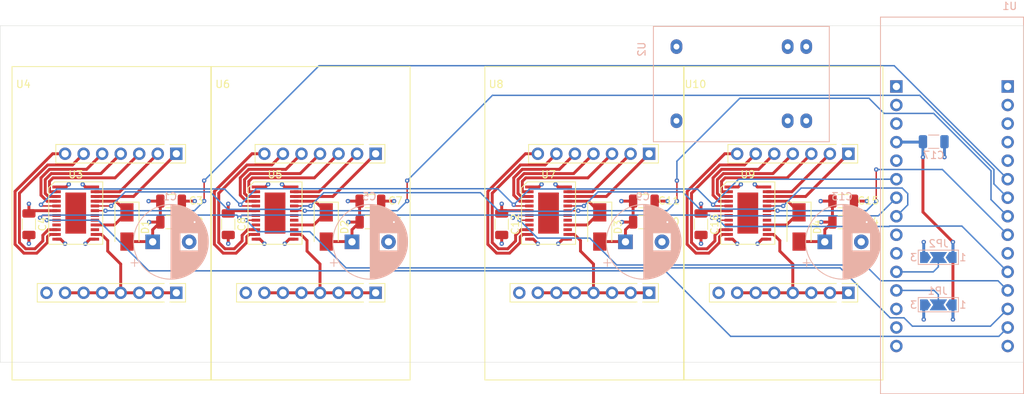
<source format=kicad_pcb>
(kicad_pcb (version 20221231) (generator pcbnew)
  (layers (0 "F.Cu" signal) (1 "In1.Cu" power) (2 "In2.Cu" power) (31 "B.Cu" signal) (34 "B.Paste" user) (35 "F.Paste" user) (36 "B.SilkS" user "B.Silkscreen") (37 "F.SilkS" user "F.Silkscreen") (38 "B.Mask" user) (39 "F.Mask" user) (44 "Edge.Cuts" user))
  (net 0 "")
  (net 1 "Net-(D1-K)")
  (net 5 "/SPI1_SCK")
  (net 6 "/SPI1_MISO")
  (net 7 "/SPI1_MOSI")
  (net 9 "+5V")
  (net 11 "GND")
  (net 15 "/SPI1_CS_3")
  (net 16 "/SPI1_CS_2")
  (net 17 "/SPI1_CS_1")
  (net 24 "+24V")
  (net 25 "/D_SET_1")
  (net 26 "/C_SET_1")
  (net 27 "/F_SET_1")
  (net 32 "/G_SET_1")
  (net 33 "/E_SET_1")
  (net 34 "/RESET_1")
  (net 35 "/A_SET_1")
  (net 36 "/B_SET_1")
  (net 54 "/NCV_EN_4")
  (net 55 "/NCV_EN_3")
  (net 56 "/NCV_EN_2")
  (net 57 "/NCV_EN_1")
  (net 58 "/SPI1_CS_4")
  (net 59 "/D_SET_2")
  (net 60 "/C_SET_2")
  (net 61 "/F_SET_2")
  (net 62 "/G_SET_2")
  (net 63 "/E_SET_2")
  (net 64 "/RESET_2")
  (net 65 "/A_SET_2")
  (net 66 "/B_SET_2")
  (net 67 "/D_SET_3")
  (net 68 "/C_SET_3")
  (net 69 "/F_SET_3")
  (net 70 "/G_SET_3")
  (net 71 "/E_SET_3")
  (net 72 "/RESET_3")
  (net 73 "/A_SET_3")
  (net 74 "/B_SET_3")
  (net 75 "/D_SET_4")
  (net 76 "/C_SET_4")
  (net 77 "/F_SET_4")
  (net 78 "/G_SET_4")
  (net 79 "/E_SET_4")
  (net 80 "/RESET_4")
  (net 81 "/A_SET_4")
  (net 82 "/B_SET_4")
  (net 83 "Net-(D4-K)")
  (net 84 "Net-(D2-K)")
  (net 85 "Net-(D3-K)")
  (net 86 "Net-(JP1-C)")
  (net 87 "Net-(JP2-C)")
  (footprint "mio:SSOP-24_6.4x7.55mm_P0.65mm" (layer "F.Cu") (at 89.0905 98.933 -90)
    (fp_text reference "U3")
    (fp_text value "NCV7719")
  )
  (footprint "mio:Small_7_Seg_FlipDot_Module" (layer "F.Cu") (at 81.28 116.205)
    (fp_text reference "U4")
    (fp_text value "Small_7_Seg_FlipDot_Module")
  )
  (footprint "Diode_SMD:D_SMA" (layer "F.Cu") (at 96.107 100.838 -90)
    (fp_text reference "D1")
    (fp_text value "MRA4003T3G")
  )
  (footprint "Capacitor_SMD:C_1206_3216Metric" (layer "F.Cu") (at 102.154354 100.167 180)
    (fp_text reference "C2")
    (fp_text value "10uF")
  )
  (footprint "Capacitor_SMD:C_1206_3216Metric" (layer "F.Cu") (at 102.154354 97.294 180)
    (fp_text reference "C3")
    (fp_text value "10uF")
  )
  (footprint "Capacitor_SMD:C_1206_3216Metric" (layer "F.Cu") (at 194.229354 97.294 180)
    (fp_text reference "C15")
    (fp_text value "10uF")
  )
  (footprint "mio:Small_7_Seg_FlipDot_Module" (layer "F.Cu") (at 108.585 116.205)
    (fp_text reference "U6")
    (fp_text value "Small_7_Seg_FlipDot_Module")
  )
  (footprint "Capacitor_SMD:C_1206_3216Metric" (layer "F.Cu") (at 82.677 100.457 -90)
    (fp_text reference "C4")
    (fp_text value "10uF")
  )
  (footprint "Capacitor_SMD:C_1206_3216Metric" (layer "F.Cu") (at 174.752 100.457 -90)
    (fp_text reference "C16")
    (fp_text value "10uF")
  )
  (footprint "mio:SSOP-24_6.4x7.55mm_P0.65mm" (layer "F.Cu") (at 153.8605 98.933 -90)
    (fp_text reference "U7")
    (fp_text value "NCV7719")
  )
  (footprint "Capacitor_SMD:C_1206_3216Metric" (layer "F.Cu") (at 166.924354 100.167 180)
    (fp_text reference "C10")
    (fp_text value "10uF")
  )
  (footprint "Capacitor_SMD:C_1206_3216Metric" (layer "F.Cu") (at 129.459354 100.167 180)
    (fp_text reference "C6")
    (fp_text value "10uF")
  )
  (footprint "Diode_SMD:D_SMA" (layer "F.Cu") (at 123.412 100.838 -90)
    (fp_text reference "D2")
    (fp_text value "MRA4003T3G")
  )
  (footprint "mio:Small_7_Seg_FlipDot_Module" (layer "F.Cu") (at 146.05 116.205)
    (fp_text reference "U8")
    (fp_text value "Small_7_Seg_FlipDot_Module")
  )
  (footprint "mio:SSOP-24_6.4x7.55mm_P0.65mm" (layer "F.Cu") (at 116.3955 98.933 -90)
    (fp_text reference "U5")
    (fp_text value "NCV7719")
  )
  (footprint "Diode_SMD:D_SMA" (layer "F.Cu") (at 188.182 100.838 -90)
    (fp_text reference "D4")
    (fp_text value "MRA4003T3G")
  )
  (footprint "Capacitor_SMD:C_1206_3216Metric" (layer "F.Cu") (at 194.229354 100.167 180)
    (fp_text reference "C14")
    (fp_text value "10uF")
  )
  (footprint "Capacitor_SMD:C_1206_3216Metric" (layer "F.Cu") (at 147.447 100.457 -90)
    (fp_text reference "C12")
    (fp_text value "10uF")
  )
  (footprint "Capacitor_SMD:C_1206_3216Metric" (layer "F.Cu") (at 129.459354 97.294 180)
    (fp_text reference "C7")
    (fp_text value "10uF")
  )
  (footprint "mio:SSOP-24_6.4x7.55mm_P0.65mm" (layer "F.Cu") (at 181.1655 98.933 -90)
    (fp_text reference "U9")
    (fp_text value "NCV7719")
  )
  (footprint "Capacitor_SMD:C_1206_3216Metric" (layer "F.Cu") (at 166.924354 97.294 180)
    (fp_text reference "C11")
    (fp_text value "10uF")
  )
  (footprint "mio:Small_7_Seg_FlipDot_Module" (layer "F.Cu") (at 173.355 116.205)
    (fp_text reference "U10")
    (fp_text value "Small_7_Seg_FlipDot_Module")
  )
  (footprint "Diode_SMD:D_SMA" (layer "F.Cu") (at 160.877 100.838 -90)
    (fp_text reference "D3")
    (fp_text value "MRA4003T3G")
  )
  (footprint "Capacitor_SMD:C_1206_3216Metric" (layer "F.Cu") (at 109.982 100.457 -90)
    (fp_text reference "C8")
    (fp_text value "10uF")
  )
  (footprint "mio:SLC03B-05" (layer "B.Cu") (at 169.2275 74.3585)
    (fp_text reference "U2")
    (fp_text value "SLC03B-05")
  )
  (footprint "mio:NUCLEO-F303K8-HEADER" (layer "B.Cu") (at 218.44 123.19 180)
    (fp_text reference "U1")
    (fp_text value "NUCLEO-F303K8-HEADER")
  )
  (footprint "Capacitor_THT:CP_Radial_D10.0mm_P5.00mm" (layer "B.Cu") (at 99.6315 102.87)
    (fp_text reference "C1")
    (fp_text value "150uF")
  )
  (footprint "Capacitor_THT:CP_Radial_D10.0mm_P5.00mm" (layer "B.Cu") (at 191.7065 102.87)
    (fp_text reference "C13")
    (fp_text value "150uF")
  )
  (footprint "Capacitor_SMD:C_1206_3216Metric" (layer "B.Cu") (at 206.629 89.154)
    (fp_text reference "C17")
    (fp_text value "10uF")
  )
  (footprint "Jumper:SolderJumper-3_P2.0mm_Open_TrianglePad1.0x1.5mm_NumberLabels" (layer "B.Cu") (at 207.264 105.015005 180)
    (fp_text reference "JP2")
    (fp_text value "SB")
  )
  (footprint "Capacitor_THT:CP_Radial_D10.0mm_P5.00mm" (layer "B.Cu") (at 164.4015 102.87)
    (fp_text reference "C9")
    (fp_text value "150uF")
  )
  (footprint "Capacitor_THT:CP_Radial_D10.0mm_P5.00mm" (layer "B.Cu") (at 126.9365 102.87)
    (fp_text reference "C5")
    (fp_text value "150uF")
  )
  (footprint "Jumper:SolderJumper-3_P2.0mm_Open_TrianglePad1.0x1.5mm_NumberLabels" (layer "B.Cu") (at 207.264 111.506 180)
    (fp_text reference "JP1")
    (fp_text value "SB")
  )
  (gr_line (start 78.74 119.38) (end 78.74 73.279) (stroke (width 0.05)) (layer "Edge.Cuts"))
  (gr_line (start 78.74 73.279) (end 218.948 73.279) (stroke (width 0.05)) (layer "Edge.Cuts"))
  (gr_line (start 218.948 119.38) (end 78.74 119.38) (stroke (width 0.05)) (layer "Edge.Cuts"))
  (gr_line (start 218.948 73.279) (end 218.948 119.38) (stroke (width 0.05)) (layer "Edge.Cuts"))
  (segment (start 96.107 98.838) (end 94.577 97.308) (width 0.4) (layer "F.Cu") (net 1))
  (segment (start 96.107 98.838) (end 94.387 100.558) (width 0.4) (layer "F.Cu") (net 1))
  (segment (start 94.577 97.308) (end 91.7155 97.308) (width 0.4) (layer "F.Cu") (net 1))
  (segment (start 94.387 100.558) (end 91.7155 100.558) (width 0.4) (layer "F.Cu") (net 1))
  (segment (start 91.7155 97.958) (end 93.939 97.958) (width 0.2) (layer "F.Cu") (net 5))
  (segment (start 183.7905 97.958) (end 186.014 97.958) (width 0.2) (layer "F.Cu") (net 5))
  (segment (start 119.0205 97.958) (end 121.244 97.958) (width 0.2) (layer "F.Cu") (net 5))
  (segment (start 156.4855 97.958) (end 158.709 97.958) (width 0.2) (layer "F.Cu") (net 5))
  (via (at 158.709 97.958) (size 0.6) (drill 0.25) (layers "F.Cu" "B.Cu") (net 5))
  (via (at 93.939 97.958) (size 0.6) (drill 0.25) (layers "F.Cu" "B.Cu") (net 5))
  (via (at 186.014 97.958) (size 0.6) (drill 0.25) (layers "F.Cu" "B.Cu") (net 5))
  (via (at 121.244 97.958) (size 0.6) (drill 0.25) (layers "F.Cu" "B.Cu") (net 5))
  (segment (start 107.501682 96.03052) (end 109.896162 98.425) (width 0.2) (layer "B.Cu") (net 5))
  (segment (start 157.734162 97.958) (end 158.709 97.958) (width 0.2) (layer "B.Cu") (net 5))
  (segment (start 188.468 95.504) (end 202.311 95.504) (width 0.2) (layer "B.Cu") (net 5))
  (segment (start 172.23052 96.03052) (end 174.589511 98.389511) (width 0.2) (layer "B.Cu") (net 5))
  (segment (start 202.311 95.504) (end 203.073 96.266) (width 0.2) (layer "B.Cu") (net 5))
  (segment (start 147.066 98.679) (end 157.013162 98.679) (width 0.2) (layer "B.Cu") (net 5))
  (segment (start 120.228 97.958) (end 121.244 97.958) (width 0.2) (layer "B.Cu") (net 5))
  (segment (start 93.939 97.958) (end 95.86648 96.03052) (width 0.2) (layer "B.Cu") (net 5))
  (segment (start 95.86648 96.03052) (end 107.501682 96.03052) (width 0.2) (layer "B.Cu") (net 5))
  (segment (start 121.244 97.958) (end 123.063 96.139) (width 0.2) (layer "B.Cu") (net 5))
  (segment (start 203.073 96.266) (end 203.073 97.812) (width 0.2) (layer "B.Cu") (net 5))
  (segment (start 160.63648 96.03052) (end 172.23052 96.03052) (width 0.2) (layer "B.Cu") (net 5))
  (segment (start 186.014 97.958) (end 188.468 95.504) (width 0.2) (layer "B.Cu") (net 5))
  (segment (start 119.761 98.425) (end 120.228 97.958) (width 0.2) (layer "B.Cu") (net 5))
  (segment (start 174.589511 98.389511) (end 184.607651 98.389511) (width 0.2) (layer "B.Cu") (net 5))
  (segment (start 184.607651 98.389511) (end 185.039162 97.958) (width 0.2) (layer "B.Cu") (net 5))
  (segment (start 157.013162 98.679) (end 157.734162 97.958) (width 0.2) (layer "B.Cu") (net 5))
  (segment (start 109.896162 98.425) (end 119.761 98.425) (width 0.2) (layer "B.Cu") (net 5))
  (segment (start 185.039162 97.958) (end 186.014 97.958) (width 0.2) (layer "B.Cu") (net 5))
  (segment (start 144.526 96.139) (end 147.066 98.679) (width 0.2) (layer "B.Cu") (net 5))
  (segment (start 123.063 96.139) (end 144.526 96.139) (width 0.2) (layer "B.Cu") (net 5))
  (segment (start 203.073 97.812) (end 201.515 99.37) (width 0.2) (layer "B.Cu") (net 5))
  (segment (start 158.709 97.958) (end 160.63648 96.03052) (width 0.2) (layer "B.Cu") (net 5))
  (segment (start 113.7705 99.258) (end 111.816 99.258) (width 0.2) (layer "F.Cu") (net 6))
  (segment (start 111.816 99.258) (end 111.506 99.568) (width 0.2) (layer "F.Cu") (net 6))
  (segment (start 151.2355 99.258) (end 149.281 99.258) (width 0.2) (layer "F.Cu") (net 6))
  (segment (start 176.586 99.258) (end 176.276 99.568) (width 0.2) (layer "F.Cu") (net 6))
  (segment (start 149.281 99.258) (end 148.971 99.568) (width 0.2) (layer "F.Cu") (net 6))
  (segment (start 86.4655 99.258) (end 84.511 99.258) (width 0.2) (layer "F.Cu") (net 6))
  (segment (start 178.5405 99.258) (end 176.586 99.258) (width 0.2) (layer "F.Cu") (net 6))
  (segment (start 84.511 99.258) (end 84.201 99.568) (width 0.2) (layer "F.Cu") (net 6))
  (via (at 111.506 99.568) (size 0.6) (drill 0.25) (layers "F.Cu" "B.Cu") (net 6))
  (via (at 148.971 99.568) (size 0.6) (drill 0.25) (layers "F.Cu" "B.Cu") (net 6))
  (via (at 176.276 99.568) (size 0.6) (drill 0.25) (layers "F.Cu" "B.Cu") (net 6))
  (via (at 84.201 99.568) (size 0.6) (drill 0.25) (layers "F.Cu" "B.Cu") (net 6))
  (segment (start 111.506 99.568) (end 111.866489 99.207511) (width 0.2) (layer "B.Cu") (net 6))
  (segment (start 175.915511 99.207511) (end 176.276 99.568) (width 0.2) (layer "B.Cu") (net 6))
  (segment (start 176.535511 99.308489) (end 199.036511 99.308489) (width 0.2) (layer "B.Cu") (net 6))
  (segment (start 111.866489 99.207511) (end 148.610511 99.207511) (width 0.2) (layer "B.Cu") (net 6))
  (segment (start 148.971 99.568) (end 149.331489 99.207511) (width 0.2) (layer "B.Cu") (net 6))
  (segment (start 111.145511 99.207511) (end 111.506 99.568) (width 0.2) (layer "B.Cu") (net 6))
  (segment (start 149.331489 99.207511) (end 175.915511 99.207511) (width 0.2) (layer "B.Cu") (net 6))
  (segment (start 148.610511 99.207511) (end 148.971 99.568) (width 0.2) (layer "B.Cu") (net 6))
  (segment (start 84.561489 99.207511) (end 111.145511 99.207511) (width 0.2) (layer "B.Cu") (net 6))
  (segment (start 176.276 99.568) (end 176.535511 99.308489) (width 0.2) (layer "B.Cu") (net 6))
  (segment (start 84.201 99.568) (end 84.561489 99.207511) (width 0.2) (layer "B.Cu") (net 6))
  (segment (start 199.036511 99.308489) (end 201.515 96.83) (width 0.2) (layer "B.Cu") (net 6))
  (segment (start 86.4655 97.958) (end 84.496 97.958) (width 0.2) (layer "F.Cu") (net 7))
  (segment (start 178.5405 97.958) (end 176.571 97.958) (width 0.2) (layer "F.Cu") (net 7))
  (segment (start 149.266 97.958) (end 149.098 97.79) (width 0.2) (layer "F.Cu") (net 7))
  (segment (start 111.801 97.958) (end 111.633 97.79) (width 0.2) (layer "F.Cu") (net 7))
  (segment (start 84.496 97.958) (end 84.328 97.79) (width 0.2) (layer "F.Cu") (net 7))
  (segment (start 176.571 97.958) (end 176.403 97.79) (width 0.2) (layer "F.Cu") (net 7))
  (segment (start 151.2355 97.958) (end 149.266 97.958) (width 0.2) (layer "F.Cu") (net 7))
  (segment (start 113.7705 97.958) (end 111.801 97.958) (width 0.2) (layer "F.Cu") (net 7))
  (via (at 149.098 97.79) (size 0.6) (drill 0.25) (layers "F.Cu" "B.Cu") (net 7))
  (via (at 84.328 97.79) (size 0.6) (drill 0.25) (layers "F.Cu" "B.Cu") (net 7))
  (via (at 176.403 97.79) (size 0.6) (drill 0.25) (layers "F.Cu" "B.Cu") (net 7))
  (via (at 111.633 97.79) (size 0.6) (drill 0.25) (layers "F.Cu" "B.Cu") (net 7))
  (segment (start 151.257 95.631) (end 174.244 95.631) (width 0.2) (layer "B.Cu") (net 7))
  (segment (start 149.098 97.79) (end 151.257 95.631) (width 0.2) (layer "B.Cu") (net 7))
  (segment (start 179.903 94.29) (end 201.515 94.29) (width 0.2) (layer "B.Cu") (net 7))
  (segment (start 86.487 95.631) (end 109.474 95.631) (width 0.2) (layer "B.Cu") (net 7))
  (segment (start 113.827489 95.595511) (end 146.903511 95.595511) (width 0.2) (layer "B.Cu") (net 7))
  (segment (start 109.474 95.631) (end 111.633 97.79) (width 0.2) (layer "B.Cu") (net 7))
  (segment (start 146.903511 95.595511) (end 149.098 97.79) (width 0.2) (layer "B.Cu") (net 7))
  (segment (start 111.633 97.79) (end 113.827489 95.595511) (width 0.2) (layer "B.Cu") (net 7))
  (segment (start 176.403 97.79) (end 179.903 94.29) (width 0.2) (layer "B.Cu") (net 7))
  (segment (start 84.328 97.79) (end 86.487 95.631) (width 0.2) (layer "B.Cu") (net 7))
  (segment (start 174.244 95.631) (end 176.403 97.79) (width 0.2) (layer "B.Cu") (net 7))
  (segment (start 205.154 98.792) (end 205.154 91.264) (width 0.4) (layer "F.Cu") (net 9))
  (segment (start 109.982 97.663) (end 109.982 98.982) (width 0.4) (layer "F.Cu") (net 9))
  (segment (start 109.989 98.608) (end 109.982 98.601) (width 0.4) (layer "F.Cu") (net 9))
  (segment (start 147.454 98.608) (end 147.447 98.601) (width 0.4) (layer "F.Cu") (net 9))
  (segment (start 82.684 98.608) (end 82.677 98.601) (width 0.4) (layer "F.Cu") (net 9))
  (segment (start 86.4655 98.608) (end 82.684 98.608) (width 0.4) (layer "F.Cu") (net 9))
  (segment (start 147.447 97.663) (end 147.447 98.982) (width 0.4) (layer "F.Cu") (net 9))
  (segment (start 151.2355 98.608) (end 147.454 98.608) (width 0.4) (layer "F.Cu") (net 9))
  (segment (start 174.759 98.608) (end 174.752 98.601) (width 0.4) (layer "F.Cu") (net 9))
  (segment (start 113.7705 98.608) (end 109.989 98.608) (width 0.4) (layer "F.Cu") (net 9))
  (segment (start 178.5405 98.608) (end 174.759 98.608) (width 0.4) (layer "F.Cu") (net 9))
  (segment (start 82.677 97.663) (end 82.677 98.982) (width 0.4) (layer "F.Cu") (net 9))
  (segment (start 209.264 113.506) (end 209.264 102.902) (width 0.4) (layer "F.Cu") (net 9))
  (segment (start 209.264 102.902) (end 205.154 98.792) (width 0.4) (layer "F.Cu") (net 9))
  (segment (start 174.752 97.663) (end 174.752 98.982) (width 0.4) (layer "F.Cu") (net 9))
  (via (at 209.264 113.506) (size 0.6) (drill 0.25) (layers "F.Cu" "B.Cu") (net 9))
  (via (at 205.154 91.264) (size 0.6) (drill 0.25) (layers "F.Cu" "B.Cu") (net 9))
  (via (at 147.447 97.663) (size 0.6) (drill 0.25) (layers "F.Cu" "B.Cu") (net 9))
  (via (at 109.982 97.663) (size 0.6) (drill 0.25) (layers "F.Cu" "B.Cu") (net 9))
  (via (at 209.264 102.902) (size 0.6) (drill 0.25) (layers "F.Cu" "B.Cu") (net 9))
  (via (at 82.677 97.663) (size 0.6) (drill 0.25) (layers "F.Cu" "B.Cu") (net 9))
  (via (at 174.752 97.663) (size 0.6) (drill 0.25) (layers "F.Cu" "B.Cu") (net 9))
  (segment (start 209.263996 105.015005) (end 209.263996 102.902004) (width 0.4) (layer "B.Cu") (net 9))
  (segment (start 205.154 89.154) (end 205.154 91.264) (width 0.4) (layer "B.Cu") (net 9))
  (segment (start 201.515 89.21) (end 205.098 89.21) (width 0.4) (layer "B.Cu") (net 9))
  (segment (start 209.264 111.506) (end 209.264 113.506) (width 0.4) (layer "B.Cu") (net 9))
  (segment (start 151.2355 95.358) (end 152.546 95.358) (width 0.4) (layer "F.Cu") (net 11))
  (segment (start 130.934354 97.294) (end 132.703 97.294) (width 0.4) (layer "F.Cu") (net 11))
  (segment (start 119.0205 102.508) (end 118.345 102.508) (width 0.4) (layer "F.Cu") (net 11))
  (segment (start 147.447 101.932) (end 147.447 103.124) (width 0.4) (layer "F.Cu") (net 11))
  (segment (start 113.7705 102.508) (end 114.319 102.508) (width 0.4) (layer "F.Cu") (net 11))
  (segment (start 178.5405 102.508) (end 179.089 102.508) (width 0.4) (layer "F.Cu") (net 11))
  (segment (start 119.0205 95.358) (end 117.71 95.358) (width 0.4) (layer "F.Cu") (net 11))
  (segment (start 91.7155 102.508) (end 91.04 102.508) (width 0.4) (layer "F.Cu") (net 11))
  (segment (start 86.4655 102.508) (end 87.014 102.508) (width 0.4) (layer "F.Cu") (net 11))
  (segment (start 90.405 95.358) (end 90.043 94.996) (width 0.4) (layer "F.Cu") (net 11))
  (segment (start 117.71 95.358) (end 117.348 94.996) (width 0.4) (layer "F.Cu") (net 11))
  (segment (start 156.4855 95.358) (end 155.175 95.358) (width 0.4) (layer "F.Cu") (net 11))
  (segment (start 87.776 95.358) (end 88.138 94.996) (width 0.4) (layer "F.Cu") (net 11))
  (segment (start 82.677 101.932) (end 82.677 103.124) (width 0.4) (layer "F.Cu") (net 11))
  (segment (start 179.851 95.358) (end 180.213 94.996) (width 0.4) (layer "F.Cu") (net 11))
  (segment (start 195.704354 100.167) (end 197.449 100.167) (width 0.4) (layer "F.Cu") (net 11))
  (segment (start 155.81 102.508) (end 155.194 103.124) (width 0.4) (layer "F.Cu") (net 11))
  (segment (start 152.546 95.358) (end 152.908 94.996) (width 0.4) (layer "F.Cu") (net 11))
  (segment (start 91.04 102.508) (end 90.424 103.124) (width 0.4) (layer "F.Cu") (net 11))
  (segment (start 103.629354 97.294) (end 105.398 97.294) (width 0.4) (layer "F.Cu") (net 11))
  (segment (start 151.784 102.508) (end 152.4 103.124) (width 0.4) (layer "F.Cu") (net 11))
  (segment (start 168.399354 100.167) (end 170.144 100.167) (width 0.4) (layer "F.Cu") (net 11))
  (segment (start 151.2355 102.508) (end 151.784 102.508) (width 0.4) (layer "F.Cu") (net 11))
  (segment (start 168.399354 97.294) (end 170.168 97.294) (width 0.4) (layer "F.Cu") (net 11))
  (segment (start 118.345 102.508) (end 117.729 103.124) (width 0.4) (layer "F.Cu") (net 11))
  (segment (start 183.7905 95.358) (end 182.48 95.358) (width 0.4) (layer "F.Cu") (net 11))
  (segment (start 174.752 101.932) (end 174.752 103.124) (width 0.4) (layer "F.Cu") (net 11))
  (segment (start 178.5405 95.358) (end 179.851 95.358) (width 0.4) (layer "F.Cu") (net 11))
  (segment (start 195.704354 97.294) (end 197.473 97.294) (width 0.4) (layer "F.Cu") (net 11))
  (segment (start 130.934354 100.167) (end 132.679 100.167) (width 0.4) (layer "F.Cu") (net 11))
  (segment (start 114.319 102.508) (end 114.935 103.124) (width 0.4) (layer "F.Cu") (net 11))
  (segment (start 91.7155 95.358) (end 90.405 95.358) (width 0.4) (layer "F.Cu") (net 11))
  (segment (start 115.081 95.358) (end 115.443 94.996) (width 0.4) (layer "F.Cu") (net 11))
  (segment (start 183.115 102.508) (end 182.499 103.124) (width 0.4) (layer "F.Cu") (net 11))
  (segment (start 87.014 102.508) (end 87.63 103.124) (width 0.4) (layer "F.Cu") (net 11))
  (segment (start 113.7705 95.358) (end 115.081 95.358) (width 0.4) (layer "F.Cu") (net 11))
  (segment (start 179.089 102.508) (end 179.705 103.124) (width 0.4) (layer "F.Cu") (net 11))
  (segment (start 156.4855 102.508) (end 155.81 102.508) (width 0.4) (layer "F.Cu") (net 11))
  (segment (start 109.982 101.932) (end 109.982 103.124) (width 0.4) (layer "F.Cu") (net 11))
  (segment (start 103.629354 100.167) (end 105.374 100.167) (width 0.4) (layer "F.Cu") (net 11))
  (segment (start 183.7905 102.508) (end 183.115 102.508) (width 0.4) (layer "F.Cu") (net 11))
  (segment (start 86.4655 95.358) (end 87.776 95.358) (width 0.4) (layer "F.Cu") (net 11))
  (segment (start 182.48 95.358) (end 182.118 94.996) (width 0.4) (layer "F.Cu") (net 11))
  (segment (start 155.175 95.358) (end 154.813 94.996) (width 0.4) (layer "F.Cu") (net 11))
  (via (at 105.398 97.294) (size 0.6) (drill 0.25) (layers "F.Cu" "B.Cu") (net 11))
  (via (at 87.63 103.124) (size 0.6) (drill 0.25) (layers "F.Cu" "B.Cu") (net 11))
  (via (at 205.264 113.506) (size 0.6) (drill 0.25) (layers "F.Cu" "B.Cu") (net 11))
  (via (at 82.677 103.124) (size 0.6) (drill 0.25) (layers "F.Cu" "B.Cu") (net 11))
  (via (at 115.443 94.996) (size 0.6) (drill 0.25) (layers "F.Cu" "B.Cu") (net 11))
  (via (at 147.447 103.124) (size 0.6) (drill 0.25) (layers "F.Cu" "B.Cu") (net 11))
  (via (at 205.264 102.902) (size 0.6) (drill 0.25) (layers "F.Cu" "B.Cu") (net 11))
  (via (at 197.449 100.167) (size 0.6) (drill 0.25) (layers "F.Cu" "B.Cu") (net 11))
  (via (at 152.908 94.996) (size 0.6) (drill 0.25) (layers "F.Cu" "B.Cu") (net 11))
  (via (at 170.144 100.167) (size 0.6) (drill 0.25) (layers "F.Cu" "B.Cu") (net 11))
  (via (at 208.104 91.264) (size 0.6) (drill 0.25) (layers "F.Cu" "B.Cu") (net 11))
  (via (at 90.043 94.996) (size 0.6) (drill 0.25) (layers "F.Cu" "B.Cu") (net 11))
  (via (at 105.374 100.167) (size 0.6) (drill 0.25) (layers "F.Cu" "B.Cu") (net 11))
  (via (at 117.729 103.124) (size 0.6) (drill 0.25) (layers "F.Cu" "B.Cu") (net 11))
  (via (at 154.813 94.996) (size 0.6) (drill 0.25) (layers "F.Cu" "B.Cu") (net 11))
  (via (at 109.982 103.124) (size 0.6) (drill 0.25) (layers "F.Cu" "B.Cu") (net 11))
  (via (at 90.424 103.124) (size 0.6) (drill 0.25) (layers "F.Cu" "B.Cu") (net 11))
  (via (at 174.752 103.124) (size 0.6) (drill 0.25) (layers "F.Cu" "B.Cu") (net 11))
  (via (at 179.705 103.124) (size 0.6) (drill 0.25) (layers "F.Cu" "B.Cu") (net 11))
  (via (at 170.168 97.294) (size 0.6) (drill 0.25) (layers "F.Cu" "B.Cu") (net 11))
  (via (at 132.703 97.294) (size 0.6) (drill 0.25) (layers "F.Cu" "B.Cu") (net 11))
  (via (at 132.679 100.167) (size 0.6) (drill 0.25) (layers "F.Cu" "B.Cu") (net 11))
  (via (at 155.194 103.124) (size 0.6) (drill 0.25) (layers "F.Cu" "B.Cu") (net 11))
  (via (at 152.4 103.124) (size 0.6) (drill 0.25) (layers "F.Cu" "B.Cu") (net 11))
  (via (at 180.213 94.996) (size 0.6) (drill 0.25) (layers "F.Cu" "B.Cu") (net 11))
  (via (at 117.348 94.996) (size 0.6) (drill 0.25) (layers "F.Cu" "B.Cu") (net 11))
  (via (at 114.935 103.124) (size 0.6) (drill 0.25) (layers "F.Cu" "B.Cu") (net 11))
  (via (at 182.499 103.124) (size 0.6) (drill 0.25) (layers "F.Cu" "B.Cu") (net 11))
  (via (at 182.118 94.996) (size 0.6) (drill 0.25) (layers "F.Cu" "B.Cu") (net 11))
  (via (at 197.473 97.294) (size 0.6) (drill 0.25) (layers "F.Cu" "B.Cu") (net 11))
  (via (at 88.138 94.996) (size 0.6) (drill 0.25) (layers "F.Cu" "B.Cu") (net 11))
  (segment (start 205.264 111.506) (end 205.264 113.506) (width 0.4) (layer "B.Cu") (net 11))
  (segment (start 208.104 89.154) (end 208.104 91.264) (width 0.4) (layer "B.Cu") (net 11))
  (segment (start 205.264004 105.015005) (end 205.264004 102.902004) (width 0.4) (layer "B.Cu") (net 11))
  (segment (start 171.45 97.282) (end 171.45 94.488) (width 0.2) (layer "F.Cu") (net 15))
  (segment (start 156.4855 98.608) (end 157.932 98.608) (width 0.2) (layer "F.Cu") (net 15))
  (via (at 157.932 98.608) (size 0.6) (drill 0.25) (layers "F.Cu" "B.Cu") (net 15))
  (via (at 171.45 94.488) (size 0.6) (drill 0.25) (layers "F.Cu" "B.Cu") (net 15))
  (via (at 171.45 97.282) (size 0.6) (drill 0.25) (layers "F.Cu" "B.Cu") (net 15))
  (segment (start 170.124 98.608) (end 171.45 97.282) (width 0.2) (layer "B.Cu") (net 15))
  (segment (start 157.932 98.608) (end 170.124 98.608) (width 0.2) (layer "B.Cu") (net 15))
  (segment (start 197.75752 83.20352) (end 199.833511 85.279511) (width 0.2) (layer "B.Cu") (net 15))
  (segment (start 214.479477 93.134489) (end 214.479477 97.084477) (width 0.2) (layer "B.Cu") (net 15))
  (segment (start 206.624499 85.279511) (end 214.479477 93.134489) (width 0.2) (layer "B.Cu") (net 15))
  (segment (start 171.45 91.821) (end 180.06748 83.20352) (width 0.2) (layer "B.Cu") (net 15))
  (segment (start 199.833511 85.279511) (end 206.624499 85.279511) (width 0.2) (layer "B.Cu") (net 15))
  (segment (start 171.45 94.488) (end 171.45 91.821) (width 0.2) (layer "B.Cu") (net 15))
  (segment (start 180.06748 83.20352) (end 197.75752 83.20352) (width 0.2) (layer "B.Cu") (net 15))
  (segment (start 214.479477 97.084477) (end 216.765 99.37) (width 0.2) (layer "B.Cu") (net 15))
  (segment (start 119.0205 98.608) (end 120.467 98.608) (width 0.2) (layer "F.Cu") (net 16))
  (segment (start 134.493 97.282) (end 134.493 94.488) (width 0.2) (layer "F.Cu") (net 16))
  (via (at 134.493 94.488) (size 0.6) (drill 0.25) (layers "F.Cu" "B.Cu") (net 16))
  (via (at 120.467 98.608) (size 0.6) (drill 0.25) (layers "F.Cu" "B.Cu") (net 16))
  (via (at 134.493 97.282) (size 0.6) (drill 0.25) (layers "F.Cu" "B.Cu") (net 16))
  (segment (start 214.878997 92.969003) (end 204.713994 82.804) (width 0.2) (layer "B.Cu") (net 16))
  (segment (start 134.493 94.488) (end 146.177 82.804) (width 0.2) (layer "B.Cu") (net 16))
  (segment (start 120.467 98.608) (end 133.167 98.608) (width 0.2) (layer "B.Cu") (net 16))
  (segment (start 204.713994 82.804) (end 146.177 82.804) (width 0.2) (layer "B.Cu") (net 16))
  (segment (start 216.765 96.83) (end 214.878997 94.943997) (width 0.2) (layer "B.Cu") (net 16))
  (segment (start 133.167 98.608) (end 134.493 97.282) (width 0.2) (layer "B.Cu") (net 16))
  (segment (start 214.878997 94.943997) (end 214.878997 92.969003) (width 0.2) (layer "B.Cu") (net 16))
  (segment (start 91.7155 98.608) (end 93.162 98.608) (width 0.2) (layer "F.Cu") (net 17))
  (segment (start 106.68 97.282) (end 106.68 94.488) (width 0.2) (layer "F.Cu") (net 17))
  (via (at 93.162 98.608) (size 0.6) (drill 0.25) (layers "F.Cu" "B.Cu") (net 17))
  (via (at 106.68 94.488) (size 0.6) (drill 0.25) (layers "F.Cu" "B.Cu") (net 17))
  (via (at 106.68 97.282) (size 0.6) (drill 0.25) (layers "F.Cu" "B.Cu") (net 17))
  (segment (start 93.162 98.608) (end 105.354 98.608) (width 0.2) (layer "B.Cu") (net 17))
  (segment (start 105.41 98.552) (end 106.68 97.282) (width 0.2) (layer "B.Cu") (net 17))
  (segment (start 106.68 94.488) (end 122.428 78.74) (width 0.2) (layer "B.Cu") (net 17))
  (segment (start 105.354 98.608) (end 105.41 98.552) (width 0.2) (layer "B.Cu") (net 17))
  (segment (start 122.428 78.74) (end 201.215 78.74) (width 0.2) (layer "B.Cu") (net 17))
  (segment (start 201.215 78.74) (end 216.765 94.29) (width 0.2) (layer "B.Cu") (net 17))
  (segment (start 191.6745 102.838) (end 191.7065 102.87) (width 0.4) (layer "F.Cu") (net 24))
  (segment (start 191.7065 102.87) (end 191.7065 101.214854) (width 0.4) (layer "F.Cu") (net 24))
  (segment (start 100.679354 97.294) (end 99.072 97.294) (width 0.4) (layer "F.Cu") (net 24))
  (segment (start 165.449354 100.167) (end 163.921 100.167) (width 0.4) (layer "F.Cu") (net 24))
  (segment (start 100.679354 100.167) (end 99.151 100.167) (width 0.4) (layer "F.Cu") (net 24))
  (segment (start 164.4015 102.87) (end 164.4015 101.214854) (width 0.4) (layer "F.Cu") (net 24))
  (segment (start 127.984354 100.167) (end 127.984354 97.294) (width 0.4) (layer "F.Cu") (net 24))
  (segment (start 192.754354 100.167) (end 192.754354 97.294) (width 0.4) (layer "F.Cu") (net 24))
  (segment (start 165.449354 100.167) (end 165.449354 97.294) (width 0.4) (layer "F.Cu") (net 24))
  (segment (start 188.182 102.838) (end 191.6745 102.838) (width 0.4) (layer "F.Cu") (net 24))
  (segment (start 123.412 102.838) (end 126.9045 102.838) (width 0.4) (layer "F.Cu") (net 24))
  (segment (start 160.877 102.838) (end 164.3695 102.838) (width 0.4) (layer "F.Cu") (net 24))
  (segment (start 99.5995 102.838) (end 99.6315 102.87) (width 0.4) (layer "F.Cu") (net 24))
  (segment (start 126.9045 102.838) (end 126.9365 102.87) (width 0.4) (layer "F.Cu") (net 24))
  (segment (start 126.9365 101.214854) (end 127.984354 100.167) (width 0.4) (layer "F.Cu") (net 24))
  (segment (start 96.107 102.838) (end 99.5995 102.838) (width 0.4) (layer "F.Cu") (net 24))
  (segment (start 100.679354 100.167) (end 100.679354 97.294) (width 0.4) (layer "F.Cu") (net 24))
  (segment (start 192.754354 100.167) (end 191.226 100.167) (width 0.4) (layer "F.Cu") (net 24))
  (segment (start 164.4015 101.214854) (end 165.449354 100.167) (width 0.4) (layer "F.Cu") (net 24))
  (segment (start 164.3695 102.838) (end 164.4015 102.87) (width 0.4) (layer "F.Cu") (net 24))
  (segment (start 99.6315 101.214854) (end 100.679354 100.167) (width 0.4) (layer "F.Cu") (net 24))
  (segment (start 126.9365 102.87) (end 126.9365 101.214854) (width 0.4) (layer "F.Cu") (net 24))
  (segment (start 127.984354 100.167) (end 126.456 100.167) (width 0.4) (layer "F.Cu") (net 24))
  (segment (start 165.449354 97.294) (end 163.842 97.294) (width 0.4) (layer "F.Cu") (net 24))
  (segment (start 192.754354 97.294) (end 191.147 97.294) (width 0.4) (layer "F.Cu") (net 24))
  (segment (start 99.6315 102.87) (end 99.6315 101.214854) (width 0.4) (layer "F.Cu") (net 24))
  (segment (start 127.984354 97.294) (end 126.377 97.294) (width 0.4) (layer "F.Cu") (net 24))
  (segment (start 191.7065 101.214854) (end 192.754354 100.167) (width 0.4) (layer "F.Cu") (net 24))
  (via (at 126.456 100.167) (size 0.6) (drill 0.25) (layers "F.Cu" "B.Cu") (net 24))
  (via (at 191.147 97.294) (size 0.6) (drill 0.25) (layers "F.Cu" "B.Cu") (net 24))
  (via (at 191.226 100.167) (size 0.6) (drill 0.25) (layers "F.Cu" "B.Cu") (net 24))
  (via (at 126.377 97.294) (size 0.6) (drill 0.25) (layers "F.Cu" "B.Cu") (net 24))
  (via (at 163.921 100.167) (size 0.6) (drill 0.25) (layers "F.Cu" "B.Cu") (net 24))
  (via (at 99.151 100.167) (size 0.6) (drill 0.25) (layers "F.Cu" "B.Cu") (net 24))
  (via (at 99.072 97.294) (size 0.6) (drill 0.25) (layers "F.Cu" "B.Cu") (net 24))
  (via (at 163.842 97.294) (size 0.6) (drill 0.25) (layers "F.Cu" "B.Cu") (net 24))
  (segment (start 85.333996 96.658) (end 84.91357 96.237574) (width 0.4) (layer "F.Cu") (net 25))
  (segment (start 85.737216 93.52328) (end 92.53172 93.52328) (width 0.4) (layer "F.Cu") (net 25))
  (segment (start 86.4655 96.658) (end 85.333996 96.658) (width 0.4) (layer "F.Cu") (net 25))
  (segment (start 92.53172 93.52328) (end 95.25 90.805) (width 0.4) (layer "F.Cu") (net 25))
  (segment (start 84.91357 94.346926) (end 85.737216 93.52328) (width 0.4) (layer "F.Cu") (net 25))
  (segment (start 84.91357 96.237574) (end 84.91357 94.346926) (width 0.4) (layer "F.Cu") (net 25))
  (segment (start 85.497289 95.995789) (end 85.497289 94.588711) (width 0.4) (layer "F.Cu") (net 26))
  (segment (start 86.4655 96.008) (end 85.5095 96.008) (width 0.4) (layer "F.Cu") (net 26))
  (segment (start 94.488 94.107) (end 97.79 90.805) (width 0.4) (layer "F.Cu") (net 26))
  (segment (start 85.497289 94.588711) (end 85.979 94.107) (width 0.4) (layer "F.Cu") (net 26))
  (segment (start 85.5095 96.008) (end 85.497289 95.995789) (width 0.4) (layer "F.Cu") (net 26))
  (segment (start 85.979 94.107) (end 94.488 94.107) (width 0.4) (layer "F.Cu") (net 26))
  (segment (start 86.4655 101.208) (end 85.343629 101.208) (width 0.4) (layer "F.Cu") (net 27))
  (segment (start 84.582 102.743) (end 83.501489 103.823511) (width 0.4) (layer "F.Cu") (net 27))
  (segment (start 85.247103 92.34004) (end 88.63496 92.34004) (width 0.4) (layer "F.Cu") (net 27))
  (segment (start 84.582 101.969629) (end 84.582 102.743) (width 0.4) (layer "F.Cu") (net 27))
  (segment (start 81.37748 102.96748) (end 81.37748 96.209662) (width 0.4) (layer "F.Cu") (net 27))
  (segment (start 85.343629 101.208) (end 84.582 101.969629) (width 0.4) (layer "F.Cu") (net 27))
  (segment (start 81.37748 96.209662) (end 85.247103 92.34004) (width 0.4) (layer "F.Cu") (net 27))
  (segment (start 82.233511 103.823511) (end 81.37748 102.96748) (width 0.4) (layer "F.Cu") (net 27))
  (segment (start 83.501489 103.823511) (end 82.233511 103.823511) (width 0.4) (layer "F.Cu") (net 27))
  (segment (start 88.63496 92.34004) (end 90.17 90.805) (width 0.4) (layer "F.Cu") (net 27))
  (segment (start 80.77796 95.961333) (end 85.934293 90.805) (width 0.4) (layer "F.Cu") (net 32))
  (segment (start 80.77796 103.21581) (end 80.77796 95.961333) (width 0.4) (layer "F.Cu") (net 32))
  (segment (start 81.985181 104.423031) (end 80.77796 103.21581) (width 0.4) (layer "F.Cu") (net 32))
  (segment (start 85.217 102.182478) (end 85.217 102.955849) (width 0.4) (layer "F.Cu") (net 32))
  (segment (start 86.4655 101.858) (end 85.541478 101.858) (width 0.4) (layer "F.Cu") (net 32))
  (segment (start 85.541478 101.858) (end 85.217 102.182478) (width 0.4) (layer "F.Cu") (net 32))
  (segment (start 85.217 102.955849) (end 83.749818 104.423031) (width 0.4) (layer "F.Cu") (net 32))
  (segment (start 83.749818 104.423031) (end 81.985181 104.423031) (width 0.4) (layer "F.Cu") (net 32))
  (segment (start 85.934293 90.805) (end 87.63 90.805) (width 0.4) (layer "F.Cu") (net 32))
  (segment (start 84.328 94.106992) (end 85.495432 92.93956) (width 0.4) (layer "F.Cu") (net 33))
  (segment (start 85.158492 97.308) (end 84.328 96.477508) (width 0.4) (layer "F.Cu") (net 33))
  (segment (start 84.328 96.477508) (end 84.328 94.106992) (width 0.4) (layer "F.Cu") (net 33))
  (segment (start 90.57544 92.93956) (end 92.71 90.805) (width 0.4) (layer "F.Cu") (net 33))
  (segment (start 85.495432 92.93956) (end 90.57544 92.93956) (width 0.4) (layer "F.Cu") (net 33))
  (segment (start 86.4655 97.308) (end 85.158492 97.308) (width 0.4) (layer "F.Cu") (net 33))
  (segment (start 100.33 109.855) (end 102.87 109.855) (width 0.4) (layer "F.Cu") (net 34))
  (segment (start 95.25 105.918) (end 95.25 109.855) (width 0.4) (layer "F.Cu") (net 34))
  (segment (start 93.472 104.14) (end 95.25 105.918) (width 0.4) (layer "F.Cu") (net 34))
  (segment (start 87.63 109.855) (end 90.17 109.855) (width 0.4) (layer "F.Cu") (net 34))
  (segment (start 93.472 102.703078) (end 93.472 104.14) (width 0.4) (layer "F.Cu") (net 34))
  (segment (start 97.79 109.855) (end 100.33 109.855) (width 0.4) (layer "F.Cu") (net 34))
  (segment (start 90.17 109.855) (end 92.71 109.855) (width 0.4) (layer "F.Cu") (net 34))
  (segment (start 92.626922 101.858) (end 93.472 102.703078) (width 0.4) (layer "F.Cu") (net 34))
  (segment (start 91.7155 101.858) (end 92.626922 101.858) (width 0.4) (layer "F.Cu") (net 34))
  (segment (start 95.25 109.855) (end 97.79 109.855) (width 0.4) (layer "F.Cu") (net 34))
  (segment (start 92.71 109.855) (end 95.25 109.855) (width 0.4) (layer "F.Cu") (net 34))
  (segment (start 91.7155 96.658) (end 97.017 96.658) (width 0.4) (layer "F.Cu") (net 35))
  (segment (start 97.017 96.658) (end 102.87 90.805) (width 0.4) (layer "F.Cu") (net 35))
  (segment (start 91.7155 96.008) (end 95.127 96.008) (width 0.4) (layer "F.Cu") (net 36))
  (segment (start 95.127 96.008) (end 100.33 90.805) (width 0.4) (layer "F.Cu") (net 36))
  (segment (start 178.5405 99.908) (end 177.206 99.908) (width 0.2) (layer "F.Cu") (net 54))
  (via (at 177.206 99.908) (size 0.6) (drill 0.25) (layers "F.Cu" "B.Cu") (net 54))
  (segment (start 200.588511 100.711) (end 210.486 100.711) (width 0.2) (layer "B.Cu") (net 54))
  (segment (start 178.064511 100.766511) (end 200.533 100.766511) (width 0.2) (layer "B.Cu") (net 54))
  (segment (start 210.486 100.711) (end 216.765 106.99) (width 0.2) (layer "B.Cu") (net 54))
  (segment (start 177.206 99.908) (end 178.064511 100.766511) (width 0.2) (layer "B.Cu") (net 54))
  (segment (start 200.533 100.766511) (end 200.588511 100.711) (width 0.2) (layer "B.Cu") (net 54))
  (segment (start 151.2355 99.908) (end 149.901 99.908) (width 0.2) (layer "F.Cu") (net 55))
  (via (at 149.901 99.908) (size 0.6) (drill 0.25) (layers "F.Cu" "B.Cu") (net 55))
  (segment (start 215.439 108.204) (end 199.39 108.204) (width 0.2) (layer "B.Cu") (net 55))
  (segment (start 159.512 102.362) (end 152.355 102.362) (width 0.2) (layer "B.Cu") (net 55))
  (segment (start 216.765 109.53) (end 215.439 108.204) (width 0.2) (layer "B.Cu") (net 55))
  (segment (start 152.355 102.362) (end 149.901 99.908) (width 0.2) (layer "B.Cu") (net 55))
  (segment (start 163.195 106.045) (end 159.512 102.362) (width 0.2) (layer "B.Cu") (net 55))
  (segment (start 199.39 108.204) (end 197.231 106.045) (width 0.2) (layer "B.Cu") (net 55))
  (segment (start 197.231 106.045) (end 163.195 106.045) (width 0.2) (layer "B.Cu") (net 55))
  (segment (start 113.7705 99.908) (end 112.436 99.908) (width 0.2) (layer "F.Cu") (net 56))
  (via (at 112.436 99.908) (size 0.6) (drill 0.25) (layers "F.Cu" "B.Cu") (net 56))
  (segment (start 200.673022 113.284) (end 202.565 113.284) (width 0.2) (layer "B.Cu") (net 56))
  (segment (start 121.157838 101.472838) (end 126.12952 106.44452) (width 0.2) (layer "B.Cu") (net 56))
  (segment (start 126.12952 106.44452) (end 193.833542 106.44452) (width 0.2) (layer "B.Cu") (net 56))
  (segment (start 114.000838 101.472838) (end 121.157838 101.472838) (width 0.2) (layer "B.Cu") (net 56))
  (segment (start 214.408 114.427) (end 216.765 112.07) (width 0.2) (layer "B.Cu") (net 56))
  (segment (start 203.708 114.427) (end 214.408 114.427) (width 0.2) (layer "B.Cu") (net 56))
  (segment (start 112.436 99.908) (end 114.000838 101.472838) (width 0.2) (layer "B.Cu") (net 56))
  (segment (start 193.833542 106.44452) (end 200.673022 113.284) (width 0.2) (layer "B.Cu") (net 56))
  (segment (start 202.565 113.284) (end 203.708 114.427) (width 0.2) (layer "B.Cu") (net 56))
  (segment (start 86.4655 99.908) (end 85.131 99.908) (width 0.2) (layer "F.Cu") (net 57))
  (via (at 85.131 99.908) (size 0.6) (drill 0.25) (layers "F.Cu" "B.Cu") (net 57))
  (segment (start 215.551 115.824) (end 216.765 114.61) (width 0.2) (layer "B.Cu") (net 57))
  (segment (start 178.816 115.824) (end 215.551 115.824) (width 0.2) (layer "B.Cu") (net 57))
  (segment (start 92.161 99.908) (end 99.097038 106.844038) (width 0.2) (layer "B.Cu") (net 57))
  (segment (start 169.836038 106.844038) (end 178.816 115.824) (width 0.2) (layer "B.Cu") (net 57))
  (segment (start 99.097038 106.844038) (end 169.836038 106.844038) (width 0.2) (layer "B.Cu") (net 57))
  (segment (start 85.131 99.908) (end 92.161 99.908) (width 0.2) (layer "B.Cu") (net 57))
  (segment (start 198.755 97.282) (end 198.755 92.964) (width 0.2) (layer "F.Cu") (net 58))
  (segment (start 183.7905 98.608) (end 185.237 98.608) (width 0.2) (layer "F.Cu") (net 58))
  (via (at 198.755 97.282) (size 0.6) (drill 0.25) (layers "F.Cu" "B.Cu") (net 58))
  (via (at 198.755 92.964) (size 0.6) (drill 0.25) (layers "F.Cu" "B.Cu") (net 58))
  (via (at 185.237 98.608) (size 0.6) (drill 0.25) (layers "F.Cu" "B.Cu") (net 58))
  (segment (start 185.237 98.608) (end 197.429 98.608) (width 0.2) (layer "B.Cu") (net 58))
  (segment (start 198.755 92.964) (end 207.819 92.964) (width 0.2) (layer "B.Cu") (net 58))
  (segment (start 197.429 98.608) (end 198.755 97.282) (width 0.2) (layer "B.Cu") (net 58))
  (segment (start 207.819 92.964) (end 216.765 101.91) (width 0.2) (layer "B.Cu") (net 58))
  (segment (start 119.83672 93.52328) (end 122.555 90.805) (width 0.4) (layer "F.Cu") (net 59))
  (segment (start 112.638996 96.658) (end 112.21857 96.237574) (width 0.4) (layer "F.Cu") (net 59))
  (segment (start 112.21857 94.346926) (end 113.042216 93.52328) (width 0.4) (layer "F.Cu") (net 59))
  (segment (start 112.21857 96.237574) (end 112.21857 94.346926) (width 0.4) (layer "F.Cu") (net 59))
  (segment (start 113.7705 96.658) (end 112.638996 96.658) (width 0.4) (layer "F.Cu") (net 59))
  (segment (start 113.042216 93.52328) (end 119.83672 93.52328) (width 0.4) (layer "F.Cu") (net 59))
  (segment (start 112.802289 95.995789) (end 112.802289 94.588711) (width 0.4) (layer "F.Cu") (net 60))
  (segment (start 112.802289 94.588711) (end 113.284 94.107) (width 0.4) (layer "F.Cu") (net 60))
  (segment (start 113.7705 96.008) (end 112.8145 96.008) (width 0.4) (layer "F.Cu") (net 60))
  (segment (start 112.8145 96.008) (end 112.802289 95.995789) (width 0.4) (layer "F.Cu") (net 60))
  (segment (start 113.284 94.107) (end 121.793 94.107) (width 0.4) (layer "F.Cu") (net 60))
  (segment (start 121.793 94.107) (end 125.095 90.805) (width 0.4) (layer "F.Cu") (net 60))
  (segment (start 115.93996 92.34004) (end 117.475 90.805) (width 0.4) (layer "F.Cu") (net 61))
  (segment (start 108.68248 102.96748) (end 108.68248 96.209662) (width 0.4) (layer "F.Cu") (net 61))
  (segment (start 111.887 101.969629) (end 111.887 102.743) (width 0.4) (layer "F.Cu") (net 61))
  (segment (start 112.648629 101.208) (end 111.887 101.969629) (width 0.4) (layer "F.Cu") (net 61))
  (segment (start 111.887 102.743) (end 110.806489 103.823511) (width 0.4) (layer "F.Cu") (net 61))
  (segment (start 112.552103 92.34004) (end 115.93996 92.34004) (width 0.4) (layer "F.Cu") (net 61))
  (segment (start 108.68248 96.209662) (end 112.552103 92.34004) (width 0.4) (layer "F.Cu") (net 61))
  (segment (start 113.7705 101.208) (end 112.648629 101.208) (width 0.4) (layer "F.Cu") (net 61))
  (segment (start 110.806489 103.823511) (end 109.538511 103.823511) (width 0.4) (layer "F.Cu") (net 61))
  (segment (start 109.538511 103.823511) (end 108.68248 102.96748) (width 0.4) (layer "F.Cu") (net 61))
  (segment (start 112.522 102.182478) (end 112.522 102.955849) (width 0.4) (layer "F.Cu") (net 62))
  (segment (start 112.522 102.955849) (end 111.054818 104.423031) (width 0.4) (layer "F.Cu") (net 62))
  (segment (start 111.054818 104.423031) (end 109.290181 104.423031) (width 0.4) (layer "F.Cu") (net 62))
  (segment (start 113.239293 90.805) (end 114.935 90.805) (width 0.4) (layer "F.Cu") (net 62))
  (segment (start 109.290181 104.423031) (end 108.08296 103.21581) (width 0.4) (layer "F.Cu") (net 62))
  (segment (start 108.08296 103.21581) (end 108.08296 95.961333) (width 0.4) (layer "F.Cu") (net 62))
  (segment (start 108.08296 95.961333) (end 113.239293 90.805) (width 0.4) (layer "F.Cu") (net 62))
  (segment (start 113.7705 101.858) (end 112.846478 101.858) (width 0.4) (layer "F.Cu") (net 62))
  (segment (start 112.846478 101.858) (end 112.522 102.182478) (width 0.4) (layer "F.Cu") (net 62))
  (segment (start 111.633 94.106992) (end 112.800432 92.93956) (width 0.4) (layer "F.Cu") (net 63))
  (segment (start 117.88044 92.93956) (end 120.015 90.805) (width 0.4) (layer "F.Cu") (net 63))
  (segment (start 111.633 96.477508) (end 111.633 94.106992) (width 0.4) (layer "F.Cu") (net 63))
  (segment (start 112.800432 92.93956) (end 117.88044 92.93956) (width 0.4) (layer "F.Cu") (net 63))
  (segment (start 112.463492 97.308) (end 111.633 96.477508) (width 0.4) (layer "F.Cu") (net 63))
  (segment (start 113.7705 97.308) (end 112.463492 97.308) (width 0.4) (layer "F.Cu") (net 63))
  (segment (start 117.475 109.855) (end 120.015 109.855) (width 0.4) (layer "F.Cu") (net 64))
  (segment (start 122.555 105.918) (end 122.555 109.855) (width 0.4) (layer "F.Cu") (net 64))
  (segment (start 119.0205 101.858) (end 119.931922 101.858) (width 0.4) (layer "F.Cu") (net 64))
  (segment (start 122.555 109.855) (end 125.095 109.855) (width 0.4) (layer "F.Cu") (net 64))
  (segment (start 125.095 109.855) (end 127.635 109.855) (width 0.4) (layer "F.Cu") (net 64))
  (segment (start 127.635 109.855) (end 130.175 109.855) (width 0.4) (layer "F.Cu") (net 64))
  (segment (start 114.935 109.855) (end 117.475 109.855) (width 0.4) (layer "F.Cu") (net 64))
  (segment (start 120.777 102.703078) (end 120.777 104.14) (width 0.4) (layer "F.Cu") (net 64))
  (segment (start 119.931922 101.858) (end 120.777 102.703078) (width 0.4) (layer "F.Cu") (net 64))
  (segment (start 120.015 109.855) (end 122.555 109.855) (width 0.4) (layer "F.Cu") (net 64))
  (segment (start 120.777 104.14) (end 122.555 105.918) (width 0.4) (layer "F.Cu") (net 64))
  (segment (start 119.0205 96.658) (end 124.322 96.658) (width 0.4) (layer "F.Cu") (net 65))
  (segment (start 124.322 96.658) (end 130.175 90.805) (width 0.4) (layer "F.Cu") (net 65))
  (segment (start 119.0205 96.008) (end 122.432 96.008) (width 0.4) (layer "F.Cu") (net 66))
  (segment (start 122.432 96.008) (end 127.635 90.805) (width 0.4) (layer "F.Cu") (net 66))
  (segment (start 149.68357 96.237574) (end 149.68357 94.346926) (width 0.4) (layer "F.Cu") (net 67))
  (segment (start 157.30172 93.52328) (end 160.02 90.805) (width 0.4) (layer "F.Cu") (net 67))
  (segment (start 149.68357 94.346926) (end 150.507216 93.52328) (width 0.4) (layer "F.Cu") (net 67))
  (segment (start 151.2355 96.658) (end 150.103996 96.658) (width 0.4) (layer "F.Cu") (net 67))
  (segment (start 150.507216 93.52328) (end 157.30172 93.52328) (width 0.4) (layer "F.Cu") (net 67))
  (segment (start 150.103996 96.658) (end 149.68357 96.237574) (width 0.4) (layer "F.Cu") (net 67))
  (segment (start 151.2355 96.008) (end 150.2795 96.008) (width 0.4) (layer "F.Cu") (net 68))
  (segment (start 150.267289 95.995789) (end 150.267289 94.588711) (width 0.4) (layer "F.Cu") (net 68))
  (segment (start 159.258 94.107) (end 162.56 90.805) (width 0.4) (layer "F.Cu") (net 68))
  (segment (start 150.2795 96.008) (end 150.267289 95.995789) (width 0.4) (layer "F.Cu") (net 68))
  (segment (start 150.267289 94.588711) (end 150.749 94.107) (width 0.4) (layer "F.Cu") (net 68))
  (segment (start 150.749 94.107) (end 159.258 94.107) (width 0.4) (layer "F.Cu") (net 68))
  (segment (start 146.14748 102.96748) (end 146.14748 96.209662) (width 0.4) (layer "F.Cu") (net 69))
  (segment (start 151.2355 101.208) (end 150.113629 101.208) (width 0.4) (layer "F.Cu") (net 69))
  (segment (start 147.003511 103.823511) (end 146.14748 102.96748) (width 0.4) (layer "F.Cu") (net 69))
  (segment (start 146.14748 96.209662) (end 150.017103 92.34004) (width 0.4) (layer "F.Cu") (net 69))
  (segment (start 148.271489 103.823511) (end 147.003511 103.823511) (width 0.4) (layer "F.Cu") (net 69))
  (segment (start 149.352 101.969629) (end 149.352 102.743) (width 0.4) (layer "F.Cu") (net 69))
  (segment (start 153.40496 92.34004) (end 154.94 90.805) (width 0.4) (layer "F.Cu") (net 69))
  (segment (start 150.113629 101.208) (end 149.352 101.969629) (width 0.4) (layer "F.Cu") (net 69))
  (segment (start 149.352 102.743) (end 148.271489 103.823511) (width 0.4) (layer "F.Cu") (net 69))
  (segment (start 150.017103 92.34004) (end 153.40496 92.34004) (width 0.4) (layer "F.Cu") (net 69))
  (segment (start 146.755181 104.423031) (end 145.54796 103.21581) (width 0.4) (layer "F.Cu") (net 70))
  (segment (start 149.987 102.182478) (end 149.987 102.955849) (width 0.4) (layer "F.Cu") (net 70))
  (segment (start 145.54796 103.21581) (end 145.54796 95.961333) (width 0.4) (layer "F.Cu") (net 70))
  (segment (start 149.987 102.955849) (end 148.519818 104.423031) (width 0.4) (layer "F.Cu") (net 70))
  (segment (start 150.704293 90.805) (end 152.4 90.805) (width 0.4) (layer "F.Cu") (net 70))
  (segment (start 151.2355 101.858) (end 150.311478 101.858) (width 0.4) (layer "F.Cu") (net 70))
  (segment (start 148.519818 104.423031) (end 146.755181 104.423031) (width 0.4) (layer "F.Cu") (net 70))
  (segment (start 145.54796 95.961333) (end 150.704293 90.805) (width 0.4) (layer "F.Cu") (net 70))
  (segment (start 150.311478 101.858) (end 149.987 102.182478) (width 0.4) (layer "F.Cu") (net 70))
  (segment (start 149.928492 97.308) (end 149.098 96.477508) (width 0.4) (layer "F.Cu") (net 71))
  (segment (start 151.2355 97.308) (end 149.928492 97.308) (width 0.4) (layer "F.Cu") (net 71))
  (segment (start 149.098 96.477508) (end 149.098 94.106992) (width 0.4) (layer "F.Cu") (net 71))
  (segment (start 155.34544 92.93956) (end 157.48 90.805) (width 0.4) (layer "F.Cu") (net 71))
  (segment (start 150.265432 92.93956) (end 155.34544 92.93956) (width 0.4) (layer "F.Cu") (net 71))
  (segment (start 149.098 94.106992) (end 150.265432 92.93956) (width 0.4) (layer "F.Cu") (net 71))
  (segment (start 165.1 109.855) (end 167.64 109.855) (width 0.4) (layer "F.Cu") (net 72))
  (segment (start 157.396922 101.858) (end 158.242 102.703078) (width 0.4) (layer "F.Cu") (net 72))
  (segment (start 162.56 109.855) (end 165.1 109.855) (width 0.4) (layer "F.Cu") (net 72))
  (segment (start 157.48 109.855) (end 160.02 109.855) (width 0.4) (layer "F.Cu") (net 72))
  (segment (start 158.242 104.14) (end 160.02 105.918) (width 0.4) (layer "F.Cu") (net 72))
  (segment (start 154.94 109.855) (end 157.48 109.855) (width 0.4) (layer "F.Cu") (net 72))
  (segment (start 160.02 105.918) (end 160.02 109.855) (width 0.4) (layer "F.Cu") (net 72))
  (segment (start 152.4 109.855) (end 154.94 109.855) (width 0.4) (layer "F.Cu") (net 72))
  (segment (start 158.242 102.703078) (end 158.242 104.14) (width 0.4) (layer "F.Cu") (net 72))
  (segment (start 156.4855 101.858) (end 157.396922 101.858) (width 0.4) (layer "F.Cu") (net 72))
  (segment (start 160.02 109.855) (end 162.56 109.855) (width 0.4) (layer "F.Cu") (net 72))
  (segment (start 161.787 96.658) (end 167.64 90.805) (width 0.4) (layer "F.Cu") (net 73))
  (segment (start 156.4855 96.658) (end 161.787 96.658) (width 0.4) (layer "F.Cu") (net 73))
  (segment (start 156.4855 96.008) (end 159.897 96.008) (width 0.4) (layer "F.Cu") (net 74))
  (segment (start 159.897 96.008) (end 165.1 90.805) (width 0.4) (layer "F.Cu") (net 74))
  (segment (start 184.60672 93.52328) (end 187.325 90.805) (width 0.4) (layer "F.Cu") (net 75))
  (segment (start 177.408996 96.658) (end 176.98857 96.237574) (width 0.4) (layer "F.Cu") (net 75))
  (segment (start 176.98857 96.237574) (end 176.98857 94.346926) (width 0.4) (layer "F.Cu") (net 75))
  (segment (start 176.98857 94.346926) (end 177.812216 93.52328) (width 0.4) (layer "F.Cu") (net 75))
  (segment (start 178.5405 96.658) (end 177.408996 96.658) (width 0.4) (layer "F.Cu") (net 75))
  (segment (start 177.812216 93.52328) (end 184.60672 93.52328) (width 0.4) (layer "F.Cu") (net 75))
  (segment (start 177.572289 94.588711) (end 178.054 94.107) (width 0.4) (layer "F.Cu") (net 76))
  (segment (start 178.5405 96.008) (end 177.5845 96.008) (width 0.4) (layer "F.Cu") (net 76))
  (segment (start 186.563 94.107) (end 189.865 90.805) (width 0.4) (layer "F.Cu") (net 76))
  (segment (start 177.5845 96.008) (end 177.572289 95.995789) (width 0.4) (layer "F.Cu") (net 76))
  (segment (start 178.054 94.107) (end 186.563 94.107) (width 0.4) (layer "F.Cu") (net 76))
  (segment (start 177.572289 95.995789) (end 177.572289 94.588711) (width 0.4) (layer "F.Cu") (net 76))
  (segment (start 178.5405 101.208) (end 177.418629 101.208) (width 0.4) (layer "F.Cu") (net 77))
  (segment (start 176.657 102.743) (end 175.576489 103.823511) (width 0.4) (layer "F.Cu") (net 77))
  (segment (start 180.70996 92.34004) (end 182.245 90.805) (width 0.4) (layer "F.Cu") (net 77))
  (segment (start 177.322103 92.34004) (end 180.70996 92.34004) (width 0.4) (layer "F.Cu") (net 77))
  (segment (start 177.418629 101.208) (end 176.657 101.969629) (width 0.4) (layer "F.Cu") (net 77))
  (segment (start 176.657 101.969629) (end 176.657 102.743) (width 0.4) (layer "F.Cu") (net 77))
  (segment (start 173.45248 102.96748) (end 173.45248 96.209662) (width 0.4) (layer "F.Cu") (net 77))
  (segment (start 173.45248 96.209662) (end 177.322103 92.34004) (width 0.4) (layer "F.Cu") (net 77))
  (segment (start 174.308511 103.823511) (end 173.45248 102.96748) (width 0.4) (layer "F.Cu") (net 77))
  (segment (start 175.576489 103.823511) (end 174.308511 103.823511) (width 0.4) (layer "F.Cu") (net 77))
  (segment (start 172.85296 95.961333) (end 178.009293 90.805) (width 0.4) (layer "F.Cu") (net 78))
  (segment (start 177.292 102.182478) (end 177.292 102.955849) (width 0.4) (layer "F.Cu") (net 78))
  (segment (start 174.060181 104.423031) (end 172.85296 103.21581) (width 0.4) (layer "F.Cu") (net 78))
  (segment (start 177.616478 101.858) (end 177.292 102.182478) (width 0.4) (layer "F.Cu") (net 78))
  (segment (start 172.85296 103.21581) (end 172.85296 95.961333) (width 0.4) (layer "F.Cu") (net 78))
  (segment (start 177.292 102.955849) (end 175.824818 104.423031) (width 0.4) (layer "F.Cu") (net 78))
  (segment (start 178.009293 90.805) (end 179.705 90.805) (width 0.4) (layer "F.Cu") (net 78))
  (segment (start 178.5405 101.858) (end 177.616478 101.858) (width 0.4) (layer "F.Cu") (net 78))
  (segment (start 175.824818 104.423031) (end 174.060181 104.423031) (width 0.4) (layer "F.Cu") (net 78))
  (segment (start 177.233492 97.308) (end 176.403 96.477508) (width 0.4) (layer "F.Cu") (net 79))
  (segment (start 178.5405 97.308) (end 177.233492 97.308) (width 0.4) (layer "F.Cu") (net 79))
  (segment (start 176.403 96.477508) (end 176.403 94.106992) (width 0.4) (layer "F.Cu") (net 79))
  (segment (start 182.65044 92.93956) (end 184.785 90.805) (width 0.4) (layer "F.Cu") (net 79))
  (segment (start 177.570432 92.93956) (end 182.65044 92.93956) (width 0.4) (layer "F.Cu") (net 79))
  (segment (start 176.403 94.106992) (end 177.570432 92.93956) (width 0.4) (layer "F.Cu") (net 79))
  (segment (start 185.547 102.703078) (end 185.547 104.14) (width 0.4) (layer "F.Cu") (net 80))
  (segment (start 185.547 104.14) (end 187.325 105.918) (width 0.4) (layer "F.Cu") (net 80))
  (segment (start 182.245 109.855) (end 184.785 109.855) (width 0.4) (layer "F.Cu") (net 80))
  (segment (start 189.865 109.855) (end 192.405 109.855) (width 0.4) (layer "F.Cu") (net 80))
  (segment (start 184.701922 101.858) (end 185.547 102.703078) (width 0.4) (layer "F.Cu") (net 80))
  (segment (start 179.705 109.855) (end 182.245 109.855) (width 0.4) (layer "F.Cu") (net 80))
  (segment (start 187.325 109.855) (end 189.865 109.855) (width 0.4) (layer "F.Cu") (net 80))
  (segment (start 192.405 109.855) (end 194.945 109.855) (width 0.4) (layer "F.Cu") (net 80))
  (segment (start 184.785 109.855) (end 187.325 109.855) (width 0.4) (layer "F.Cu") (net 80))
  (segment (start 183.7905 101.858) (end 184.701922 101.858) (width 0.4) (layer "F.Cu") (net 80))
  (segment (start 187.325 105.918) (end 187.325 109.855) (width 0.4) (layer "F.Cu") (net 80))
  (segment (start 183.7905 96.658) (end 189.092 96.658) (width 0.4) (layer "F.Cu") (net 81))
  (segment (start 189.092 96.658) (end 194.945 90.805) (width 0.4) (layer "F.Cu") (net 81))
  (segment (start 187.202 96.008) (end 192.405 90.805) (width 0.4) (layer "F.Cu") (net 82))
  (segment (start 183.7905 96.008) (end 187.202 96.008) (width 0.4) (layer "F.Cu") (net 82))
  (segment (start 186.652 97.308) (end 183.7905 97.308) (width 0.4) (layer "F.Cu") (net 83))
  (segment (start 186.462 100.558) (end 183.7905 100.558) (width 0.4) (layer "F.Cu") (net 83))
  (segment (start 188.182 98.838) (end 186.652 97.308) (width 0.4) (layer "F.Cu") (net 83))
  (segment (start 188.182 98.838) (end 186.462 100.558) (width 0.4) (layer "F.Cu") (net 83))
  (segment (start 123.412 98.838) (end 121.882 97.308) (width 0.4) (layer "F.Cu") (net 84))
  (segment (start 123.412 98.838) (end 121.692 100.558) (width 0.4) (layer "F.Cu") (net 84))
  (segment (start 121.692 100.558) (end 119.0205 100.558) (width 0.4) (layer "F.Cu") (net 84))
  (segment (start 121.882 97.308) (end 119.0205 97.308) (width 0.4) (layer "F.Cu") (net 84))
  (segment (start 159.347 97.308) (end 156.4855 97.308) (width 0.4) (layer "F.Cu") (net 85))
  (segment (start 160.877 98.838) (end 159.157 100.558) (width 0.4) (layer "F.Cu") (net 85))
  (segment (start 160.877 98.838) (end 159.347 97.308) (width 0.4) (layer "F.Cu") (net 85))
  (segment (start 159.157 100.558) (end 156.4855 100.558) (width 0.4) (layer "F.Cu") (net 85))
  (segment (start 206.685 109.53) (end 207.264 110.109) (width 0.2) (layer "B.Cu") (net 86))
  (segment (start 207.264 110.109) (end 207.264 111.513) (width 0.2) (layer "B.Cu") (net 86))
  (segment (start 201.515 109.53) (end 206.685 109.53) (width 0.2) (layer "B.Cu") (net 86))
  (segment (start 201.515 106.99) (end 206.573 106.99) (width 0.2) (layer "B.Cu") (net 87))
  (segment (start 207.264 106.299) (end 207.264 105.022) (width 0.2) (layer "B.Cu") (net 87))
  (segment (start 206.573 106.99) (end 207.264 106.299) (width 0.2) (layer "B.Cu") (net 87))
)
</source>
